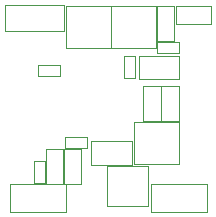
<source format=gbr>
%TF.GenerationSoftware,KiCad,Pcbnew,5.1.8*%
%TF.CreationDate,2020-11-29T14:50:24+01:00*%
%TF.ProjectId,lipo-stamp-proto,6c69706f-2d73-4746-916d-702d70726f74,rev?*%
%TF.SameCoordinates,Original*%
%TF.FileFunction,Other,User*%
%FSLAX46Y46*%
G04 Gerber Fmt 4.6, Leading zero omitted, Abs format (unit mm)*
G04 Created by KiCad (PCBNEW 5.1.8) date 2020-11-29 14:50:24*
%MOMM*%
%LPD*%
G01*
G04 APERTURE LIST*
%ADD10C,0.050000*%
G04 APERTURE END LIST*
D10*
%TO.C,R6*%
X122535000Y-52546000D02*
X122535000Y-51086000D01*
X122535000Y-51086000D02*
X125495000Y-51086000D01*
X125495000Y-51086000D02*
X125495000Y-52546000D01*
X125495000Y-52546000D02*
X122535000Y-52546000D01*
%TO.C,C5*%
X122396000Y-54007500D02*
X120936000Y-54007500D01*
X120936000Y-54007500D02*
X120936000Y-51047500D01*
X120936000Y-51047500D02*
X122396000Y-51047500D01*
X122396000Y-51047500D02*
X122396000Y-54007500D01*
%TO.C,C4*%
X122777000Y-60802000D02*
X121317000Y-60802000D01*
X121317000Y-60802000D02*
X121317000Y-57842000D01*
X121317000Y-57842000D02*
X122777000Y-57842000D01*
X122777000Y-57842000D02*
X122777000Y-60802000D01*
%TO.C,C3*%
X121253000Y-60802000D02*
X119793000Y-60802000D01*
X119793000Y-60802000D02*
X119793000Y-57842000D01*
X119793000Y-57842000D02*
X121253000Y-57842000D01*
X121253000Y-57842000D02*
X121253000Y-60802000D01*
%TO.C,C2*%
X119392000Y-57241000D02*
X119392000Y-55281000D01*
X119392000Y-55281000D02*
X122792000Y-55281000D01*
X122792000Y-55281000D02*
X122792000Y-57241000D01*
X122792000Y-57241000D02*
X119392000Y-57241000D01*
%TO.C,C1*%
X118794000Y-62520000D02*
X118794000Y-64480000D01*
X118794000Y-64480000D02*
X115394000Y-64480000D01*
X115394000Y-64480000D02*
X115394000Y-62520000D01*
X115394000Y-62520000D02*
X118794000Y-62520000D01*
%TO.C,D4*%
X125160000Y-68460000D02*
X120460000Y-68460000D01*
X120460000Y-68460000D02*
X120460000Y-66160000D01*
X120460000Y-66160000D02*
X125160000Y-66160000D01*
X125160000Y-68460000D02*
X125160000Y-66160000D01*
%TO.C,D3*%
X113220000Y-68460000D02*
X108520000Y-68460000D01*
X108520000Y-68460000D02*
X108520000Y-66160000D01*
X108520000Y-66160000D02*
X113220000Y-66160000D01*
X113220000Y-68460000D02*
X113220000Y-66160000D01*
%TO.C,U3*%
X117046000Y-51026000D02*
X113246000Y-51026000D01*
X117046000Y-54626000D02*
X117046000Y-51026000D01*
X113246000Y-54626000D02*
X117046000Y-54626000D01*
X113246000Y-51026000D02*
X113246000Y-54626000D01*
%TO.C,U2*%
X120856000Y-51026000D02*
X117056000Y-51026000D01*
X120856000Y-54626000D02*
X120856000Y-51026000D01*
X117056000Y-54626000D02*
X120856000Y-54626000D01*
X117056000Y-51026000D02*
X117056000Y-54626000D01*
%TO.C,U1*%
X118961000Y-60877000D02*
X122761000Y-60877000D01*
X122761000Y-60877000D02*
X122761000Y-64477000D01*
X122761000Y-64477000D02*
X118961000Y-64477000D01*
X118961000Y-64477000D02*
X118961000Y-60877000D01*
%TO.C,R5*%
X122788500Y-54140000D02*
X122788500Y-55080000D01*
X122788500Y-55080000D02*
X120928500Y-55080000D01*
X120928500Y-55080000D02*
X120928500Y-54140000D01*
X120928500Y-54140000D02*
X122788500Y-54140000D01*
%TO.C,R4*%
X111468000Y-66083000D02*
X110528000Y-66083000D01*
X110528000Y-66083000D02*
X110528000Y-64223000D01*
X110528000Y-64223000D02*
X111468000Y-64223000D01*
X111468000Y-64223000D02*
X111468000Y-66083000D01*
%TO.C,R3*%
X110832000Y-56985000D02*
X110832000Y-56045000D01*
X110832000Y-56045000D02*
X112692000Y-56045000D01*
X112692000Y-56045000D02*
X112692000Y-56985000D01*
X112692000Y-56985000D02*
X110832000Y-56985000D01*
%TO.C,R2*%
X119088000Y-57193000D02*
X118148000Y-57193000D01*
X118148000Y-57193000D02*
X118148000Y-55333000D01*
X118148000Y-55333000D02*
X119088000Y-55333000D01*
X119088000Y-55333000D02*
X119088000Y-57193000D01*
%TO.C,R1*%
X114974000Y-62141000D02*
X114974000Y-63081000D01*
X114974000Y-63081000D02*
X113114000Y-63081000D01*
X113114000Y-63081000D02*
X113114000Y-62141000D01*
X113114000Y-62141000D02*
X114974000Y-62141000D01*
%TO.C,Q1*%
X116680000Y-68010000D02*
X116680000Y-64610000D01*
X116680000Y-64610000D02*
X120180000Y-64610000D01*
X120180000Y-64610000D02*
X120180000Y-68010000D01*
X120180000Y-68010000D02*
X116680000Y-68010000D01*
%TO.C,F1*%
X113069000Y-50990000D02*
X113069000Y-53150000D01*
X113069000Y-53150000D02*
X108109000Y-53150000D01*
X108109000Y-53150000D02*
X108109000Y-50990000D01*
X108109000Y-50990000D02*
X113069000Y-50990000D01*
%TO.C,D2*%
X112998000Y-66148500D02*
X111538000Y-66148500D01*
X111538000Y-66148500D02*
X111538000Y-63188500D01*
X111538000Y-63188500D02*
X112998000Y-63188500D01*
X112998000Y-63188500D02*
X112998000Y-66148500D01*
%TO.C,D1*%
X114522000Y-66148500D02*
X113062000Y-66148500D01*
X113062000Y-66148500D02*
X113062000Y-63188500D01*
X113062000Y-63188500D02*
X114522000Y-63188500D01*
X114522000Y-63188500D02*
X114522000Y-66148500D01*
%TD*%
M02*

</source>
